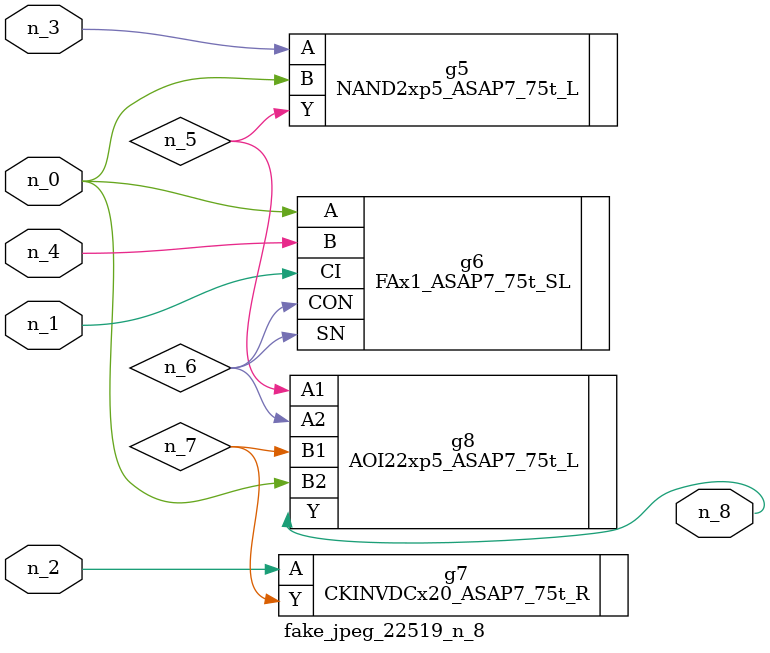
<source format=v>
module fake_jpeg_22519_n_8 (n_3, n_2, n_1, n_0, n_4, n_8);

input n_3;
input n_2;
input n_1;
input n_0;
input n_4;

output n_8;

wire n_6;
wire n_5;
wire n_7;

NAND2xp5_ASAP7_75t_L g5 ( 
.A(n_3),
.B(n_0),
.Y(n_5)
);

FAx1_ASAP7_75t_SL g6 ( 
.A(n_0),
.B(n_4),
.CI(n_1),
.CON(n_6),
.SN(n_6)
);

CKINVDCx20_ASAP7_75t_R g7 ( 
.A(n_2),
.Y(n_7)
);

AOI22xp5_ASAP7_75t_L g8 ( 
.A1(n_5),
.A2(n_6),
.B1(n_7),
.B2(n_0),
.Y(n_8)
);


endmodule
</source>
